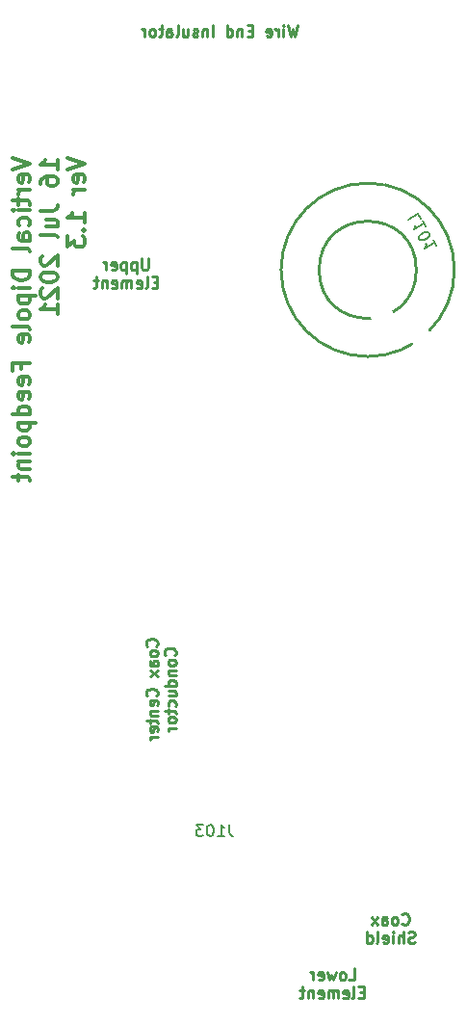
<source format=gbo>
G04 #@! TF.GenerationSoftware,KiCad,Pcbnew,(6.0.4-0)*
G04 #@! TF.CreationDate,2022-07-20T07:57:21-04:00*
G04 #@! TF.ProjectId,80m_Tx_Antenna,38306d5f-5478-45f4-916e-74656e6e612e,rev?*
G04 #@! TF.SameCoordinates,Original*
G04 #@! TF.FileFunction,Legend,Bot*
G04 #@! TF.FilePolarity,Positive*
%FSLAX46Y46*%
G04 Gerber Fmt 4.6, Leading zero omitted, Abs format (unit mm)*
G04 Created by KiCad (PCBNEW (6.0.4-0)) date 2022-07-20 07:57:21*
%MOMM*%
%LPD*%
G01*
G04 APERTURE LIST*
%ADD10C,0.250000*%
%ADD11C,0.300000*%
%ADD12C,0.150000*%
%ADD13C,2.000000*%
%ADD14C,2.500000*%
%ADD15C,4.000000*%
%ADD16R,5.000000X10.000000*%
%ADD17C,3.500000*%
%ADD18C,3.000000*%
%ADD19R,10.000000X20.000000*%
%ADD20R,15.000000X5.000000*%
%ADD21C,5.000000*%
%ADD22R,3.500000X3.500000*%
%ADD23R,1.524000X5.000000*%
%ADD24C,0.500000*%
%ADD25R,3.000000X3.500000*%
G04 APERTURE END LIST*
D10*
X133774761Y-141617380D02*
X134250952Y-141617380D01*
X134250952Y-140617380D01*
X133298571Y-141617380D02*
X133393809Y-141569761D01*
X133441428Y-141522142D01*
X133489047Y-141426904D01*
X133489047Y-141141190D01*
X133441428Y-141045952D01*
X133393809Y-140998333D01*
X133298571Y-140950714D01*
X133155714Y-140950714D01*
X133060476Y-140998333D01*
X133012857Y-141045952D01*
X132965238Y-141141190D01*
X132965238Y-141426904D01*
X133012857Y-141522142D01*
X133060476Y-141569761D01*
X133155714Y-141617380D01*
X133298571Y-141617380D01*
X132631904Y-140950714D02*
X132441428Y-141617380D01*
X132250952Y-141141190D01*
X132060476Y-141617380D01*
X131870000Y-140950714D01*
X131108095Y-141569761D02*
X131203333Y-141617380D01*
X131393809Y-141617380D01*
X131489047Y-141569761D01*
X131536666Y-141474523D01*
X131536666Y-141093571D01*
X131489047Y-140998333D01*
X131393809Y-140950714D01*
X131203333Y-140950714D01*
X131108095Y-140998333D01*
X131060476Y-141093571D01*
X131060476Y-141188809D01*
X131536666Y-141284047D01*
X130631904Y-141617380D02*
X130631904Y-140950714D01*
X130631904Y-141141190D02*
X130584285Y-141045952D01*
X130536666Y-140998333D01*
X130441428Y-140950714D01*
X130346190Y-140950714D01*
X135108095Y-142703571D02*
X134774761Y-142703571D01*
X134631904Y-143227380D02*
X135108095Y-143227380D01*
X135108095Y-142227380D01*
X134631904Y-142227380D01*
X134060476Y-143227380D02*
X134155714Y-143179761D01*
X134203333Y-143084523D01*
X134203333Y-142227380D01*
X133298571Y-143179761D02*
X133393809Y-143227380D01*
X133584285Y-143227380D01*
X133679523Y-143179761D01*
X133727142Y-143084523D01*
X133727142Y-142703571D01*
X133679523Y-142608333D01*
X133584285Y-142560714D01*
X133393809Y-142560714D01*
X133298571Y-142608333D01*
X133250952Y-142703571D01*
X133250952Y-142798809D01*
X133727142Y-142894047D01*
X132822380Y-143227380D02*
X132822380Y-142560714D01*
X132822380Y-142655952D02*
X132774761Y-142608333D01*
X132679523Y-142560714D01*
X132536666Y-142560714D01*
X132441428Y-142608333D01*
X132393809Y-142703571D01*
X132393809Y-143227380D01*
X132393809Y-142703571D02*
X132346190Y-142608333D01*
X132250952Y-142560714D01*
X132108095Y-142560714D01*
X132012857Y-142608333D01*
X131965238Y-142703571D01*
X131965238Y-143227380D01*
X131108095Y-143179761D02*
X131203333Y-143227380D01*
X131393809Y-143227380D01*
X131489047Y-143179761D01*
X131536666Y-143084523D01*
X131536666Y-142703571D01*
X131489047Y-142608333D01*
X131393809Y-142560714D01*
X131203333Y-142560714D01*
X131108095Y-142608333D01*
X131060476Y-142703571D01*
X131060476Y-142798809D01*
X131536666Y-142894047D01*
X130631904Y-142560714D02*
X130631904Y-143227380D01*
X130631904Y-142655952D02*
X130584285Y-142608333D01*
X130489047Y-142560714D01*
X130346190Y-142560714D01*
X130250952Y-142608333D01*
X130203333Y-142703571D01*
X130203333Y-143227380D01*
X129870000Y-142560714D02*
X129489047Y-142560714D01*
X129727142Y-142227380D02*
X129727142Y-143084523D01*
X129679523Y-143179761D01*
X129584285Y-143227380D01*
X129489047Y-143227380D01*
X129263333Y-57712380D02*
X129025238Y-58712380D01*
X128834761Y-57998095D01*
X128644285Y-58712380D01*
X128406190Y-57712380D01*
X128025238Y-58712380D02*
X128025238Y-58045714D01*
X128025238Y-57712380D02*
X128072857Y-57760000D01*
X128025238Y-57807619D01*
X127977619Y-57760000D01*
X128025238Y-57712380D01*
X128025238Y-57807619D01*
X127549047Y-58712380D02*
X127549047Y-58045714D01*
X127549047Y-58236190D02*
X127501428Y-58140952D01*
X127453809Y-58093333D01*
X127358571Y-58045714D01*
X127263333Y-58045714D01*
X126549047Y-58664761D02*
X126644285Y-58712380D01*
X126834761Y-58712380D01*
X126930000Y-58664761D01*
X126977619Y-58569523D01*
X126977619Y-58188571D01*
X126930000Y-58093333D01*
X126834761Y-58045714D01*
X126644285Y-58045714D01*
X126549047Y-58093333D01*
X126501428Y-58188571D01*
X126501428Y-58283809D01*
X126977619Y-58379047D01*
X125310952Y-58188571D02*
X124977619Y-58188571D01*
X124834761Y-58712380D02*
X125310952Y-58712380D01*
X125310952Y-57712380D01*
X124834761Y-57712380D01*
X124406190Y-58045714D02*
X124406190Y-58712380D01*
X124406190Y-58140952D02*
X124358571Y-58093333D01*
X124263333Y-58045714D01*
X124120476Y-58045714D01*
X124025238Y-58093333D01*
X123977619Y-58188571D01*
X123977619Y-58712380D01*
X123072857Y-58712380D02*
X123072857Y-57712380D01*
X123072857Y-58664761D02*
X123168095Y-58712380D01*
X123358571Y-58712380D01*
X123453809Y-58664761D01*
X123501428Y-58617142D01*
X123549047Y-58521904D01*
X123549047Y-58236190D01*
X123501428Y-58140952D01*
X123453809Y-58093333D01*
X123358571Y-58045714D01*
X123168095Y-58045714D01*
X123072857Y-58093333D01*
X121834761Y-58712380D02*
X121834761Y-57712380D01*
X121358571Y-58045714D02*
X121358571Y-58712380D01*
X121358571Y-58140952D02*
X121310952Y-58093333D01*
X121215714Y-58045714D01*
X121072857Y-58045714D01*
X120977619Y-58093333D01*
X120930000Y-58188571D01*
X120930000Y-58712380D01*
X120501428Y-58664761D02*
X120406190Y-58712380D01*
X120215714Y-58712380D01*
X120120476Y-58664761D01*
X120072857Y-58569523D01*
X120072857Y-58521904D01*
X120120476Y-58426666D01*
X120215714Y-58379047D01*
X120358571Y-58379047D01*
X120453809Y-58331428D01*
X120501428Y-58236190D01*
X120501428Y-58188571D01*
X120453809Y-58093333D01*
X120358571Y-58045714D01*
X120215714Y-58045714D01*
X120120476Y-58093333D01*
X119215714Y-58045714D02*
X119215714Y-58712380D01*
X119644285Y-58045714D02*
X119644285Y-58569523D01*
X119596666Y-58664761D01*
X119501428Y-58712380D01*
X119358571Y-58712380D01*
X119263333Y-58664761D01*
X119215714Y-58617142D01*
X118596666Y-58712380D02*
X118691904Y-58664761D01*
X118739523Y-58569523D01*
X118739523Y-57712380D01*
X117787142Y-58712380D02*
X117787142Y-58188571D01*
X117834761Y-58093333D01*
X117930000Y-58045714D01*
X118120476Y-58045714D01*
X118215714Y-58093333D01*
X117787142Y-58664761D02*
X117882380Y-58712380D01*
X118120476Y-58712380D01*
X118215714Y-58664761D01*
X118263333Y-58569523D01*
X118263333Y-58474285D01*
X118215714Y-58379047D01*
X118120476Y-58331428D01*
X117882380Y-58331428D01*
X117787142Y-58283809D01*
X117453809Y-58045714D02*
X117072857Y-58045714D01*
X117310952Y-57712380D02*
X117310952Y-58569523D01*
X117263333Y-58664761D01*
X117168095Y-58712380D01*
X117072857Y-58712380D01*
X116596666Y-58712380D02*
X116691904Y-58664761D01*
X116739523Y-58617142D01*
X116787142Y-58521904D01*
X116787142Y-58236190D01*
X116739523Y-58140952D01*
X116691904Y-58093333D01*
X116596666Y-58045714D01*
X116453809Y-58045714D01*
X116358571Y-58093333D01*
X116310952Y-58140952D01*
X116263333Y-58236190D01*
X116263333Y-58521904D01*
X116310952Y-58617142D01*
X116358571Y-58664761D01*
X116453809Y-58712380D01*
X116596666Y-58712380D01*
X115834761Y-58712380D02*
X115834761Y-58045714D01*
X115834761Y-58236190D02*
X115787142Y-58140952D01*
X115739523Y-58093333D01*
X115644285Y-58045714D01*
X115549047Y-58045714D01*
X116872142Y-112274285D02*
X116919761Y-112226666D01*
X116967380Y-112083809D01*
X116967380Y-111988571D01*
X116919761Y-111845714D01*
X116824523Y-111750476D01*
X116729285Y-111702857D01*
X116538809Y-111655238D01*
X116395952Y-111655238D01*
X116205476Y-111702857D01*
X116110238Y-111750476D01*
X116015000Y-111845714D01*
X115967380Y-111988571D01*
X115967380Y-112083809D01*
X116015000Y-112226666D01*
X116062619Y-112274285D01*
X116967380Y-112845714D02*
X116919761Y-112750476D01*
X116872142Y-112702857D01*
X116776904Y-112655238D01*
X116491190Y-112655238D01*
X116395952Y-112702857D01*
X116348333Y-112750476D01*
X116300714Y-112845714D01*
X116300714Y-112988571D01*
X116348333Y-113083809D01*
X116395952Y-113131428D01*
X116491190Y-113179047D01*
X116776904Y-113179047D01*
X116872142Y-113131428D01*
X116919761Y-113083809D01*
X116967380Y-112988571D01*
X116967380Y-112845714D01*
X116967380Y-114036190D02*
X116443571Y-114036190D01*
X116348333Y-113988571D01*
X116300714Y-113893333D01*
X116300714Y-113702857D01*
X116348333Y-113607619D01*
X116919761Y-114036190D02*
X116967380Y-113940952D01*
X116967380Y-113702857D01*
X116919761Y-113607619D01*
X116824523Y-113560000D01*
X116729285Y-113560000D01*
X116634047Y-113607619D01*
X116586428Y-113702857D01*
X116586428Y-113940952D01*
X116538809Y-114036190D01*
X116967380Y-114417142D02*
X116300714Y-114940952D01*
X116300714Y-114417142D02*
X116967380Y-114940952D01*
X116872142Y-116655238D02*
X116919761Y-116607619D01*
X116967380Y-116464761D01*
X116967380Y-116369523D01*
X116919761Y-116226666D01*
X116824523Y-116131428D01*
X116729285Y-116083809D01*
X116538809Y-116036190D01*
X116395952Y-116036190D01*
X116205476Y-116083809D01*
X116110238Y-116131428D01*
X116015000Y-116226666D01*
X115967380Y-116369523D01*
X115967380Y-116464761D01*
X116015000Y-116607619D01*
X116062619Y-116655238D01*
X116919761Y-117464761D02*
X116967380Y-117369523D01*
X116967380Y-117179047D01*
X116919761Y-117083809D01*
X116824523Y-117036190D01*
X116443571Y-117036190D01*
X116348333Y-117083809D01*
X116300714Y-117179047D01*
X116300714Y-117369523D01*
X116348333Y-117464761D01*
X116443571Y-117512380D01*
X116538809Y-117512380D01*
X116634047Y-117036190D01*
X116300714Y-117940952D02*
X116967380Y-117940952D01*
X116395952Y-117940952D02*
X116348333Y-117988571D01*
X116300714Y-118083809D01*
X116300714Y-118226666D01*
X116348333Y-118321904D01*
X116443571Y-118369523D01*
X116967380Y-118369523D01*
X116300714Y-118702857D02*
X116300714Y-119083809D01*
X115967380Y-118845714D02*
X116824523Y-118845714D01*
X116919761Y-118893333D01*
X116967380Y-118988571D01*
X116967380Y-119083809D01*
X116919761Y-119798095D02*
X116967380Y-119702857D01*
X116967380Y-119512380D01*
X116919761Y-119417142D01*
X116824523Y-119369523D01*
X116443571Y-119369523D01*
X116348333Y-119417142D01*
X116300714Y-119512380D01*
X116300714Y-119702857D01*
X116348333Y-119798095D01*
X116443571Y-119845714D01*
X116538809Y-119845714D01*
X116634047Y-119369523D01*
X116967380Y-120274285D02*
X116300714Y-120274285D01*
X116491190Y-120274285D02*
X116395952Y-120321904D01*
X116348333Y-120369523D01*
X116300714Y-120464761D01*
X116300714Y-120560000D01*
X118482142Y-113083809D02*
X118529761Y-113036190D01*
X118577380Y-112893333D01*
X118577380Y-112798095D01*
X118529761Y-112655238D01*
X118434523Y-112560000D01*
X118339285Y-112512380D01*
X118148809Y-112464761D01*
X118005952Y-112464761D01*
X117815476Y-112512380D01*
X117720238Y-112560000D01*
X117625000Y-112655238D01*
X117577380Y-112798095D01*
X117577380Y-112893333D01*
X117625000Y-113036190D01*
X117672619Y-113083809D01*
X118577380Y-113655238D02*
X118529761Y-113560000D01*
X118482142Y-113512380D01*
X118386904Y-113464761D01*
X118101190Y-113464761D01*
X118005952Y-113512380D01*
X117958333Y-113560000D01*
X117910714Y-113655238D01*
X117910714Y-113798095D01*
X117958333Y-113893333D01*
X118005952Y-113940952D01*
X118101190Y-113988571D01*
X118386904Y-113988571D01*
X118482142Y-113940952D01*
X118529761Y-113893333D01*
X118577380Y-113798095D01*
X118577380Y-113655238D01*
X117910714Y-114417142D02*
X118577380Y-114417142D01*
X118005952Y-114417142D02*
X117958333Y-114464761D01*
X117910714Y-114560000D01*
X117910714Y-114702857D01*
X117958333Y-114798095D01*
X118053571Y-114845714D01*
X118577380Y-114845714D01*
X118577380Y-115750476D02*
X117577380Y-115750476D01*
X118529761Y-115750476D02*
X118577380Y-115655238D01*
X118577380Y-115464761D01*
X118529761Y-115369523D01*
X118482142Y-115321904D01*
X118386904Y-115274285D01*
X118101190Y-115274285D01*
X118005952Y-115321904D01*
X117958333Y-115369523D01*
X117910714Y-115464761D01*
X117910714Y-115655238D01*
X117958333Y-115750476D01*
X117910714Y-116655238D02*
X118577380Y-116655238D01*
X117910714Y-116226666D02*
X118434523Y-116226666D01*
X118529761Y-116274285D01*
X118577380Y-116369523D01*
X118577380Y-116512380D01*
X118529761Y-116607619D01*
X118482142Y-116655238D01*
X118529761Y-117560000D02*
X118577380Y-117464761D01*
X118577380Y-117274285D01*
X118529761Y-117179047D01*
X118482142Y-117131428D01*
X118386904Y-117083809D01*
X118101190Y-117083809D01*
X118005952Y-117131428D01*
X117958333Y-117179047D01*
X117910714Y-117274285D01*
X117910714Y-117464761D01*
X117958333Y-117560000D01*
X117910714Y-117845714D02*
X117910714Y-118226666D01*
X117577380Y-117988571D02*
X118434523Y-117988571D01*
X118529761Y-118036190D01*
X118577380Y-118131428D01*
X118577380Y-118226666D01*
X118577380Y-118702857D02*
X118529761Y-118607619D01*
X118482142Y-118560000D01*
X118386904Y-118512380D01*
X118101190Y-118512380D01*
X118005952Y-118560000D01*
X117958333Y-118607619D01*
X117910714Y-118702857D01*
X117910714Y-118845714D01*
X117958333Y-118940952D01*
X118005952Y-118988571D01*
X118101190Y-119036190D01*
X118386904Y-119036190D01*
X118482142Y-118988571D01*
X118529761Y-118940952D01*
X118577380Y-118845714D01*
X118577380Y-118702857D01*
X118577380Y-119464761D02*
X117910714Y-119464761D01*
X118101190Y-119464761D02*
X118005952Y-119512380D01*
X117958333Y-119560000D01*
X117910714Y-119655238D01*
X117910714Y-119750476D01*
D11*
X104243571Y-69417857D02*
X105743571Y-69917857D01*
X104243571Y-70417857D01*
X105672142Y-71489285D02*
X105743571Y-71346428D01*
X105743571Y-71060714D01*
X105672142Y-70917857D01*
X105529285Y-70846428D01*
X104957857Y-70846428D01*
X104815000Y-70917857D01*
X104743571Y-71060714D01*
X104743571Y-71346428D01*
X104815000Y-71489285D01*
X104957857Y-71560714D01*
X105100714Y-71560714D01*
X105243571Y-70846428D01*
X105743571Y-72203571D02*
X104743571Y-72203571D01*
X105029285Y-72203571D02*
X104886428Y-72275000D01*
X104815000Y-72346428D01*
X104743571Y-72489285D01*
X104743571Y-72632142D01*
X104743571Y-72917857D02*
X104743571Y-73489285D01*
X104243571Y-73132142D02*
X105529285Y-73132142D01*
X105672142Y-73203571D01*
X105743571Y-73346428D01*
X105743571Y-73489285D01*
X105743571Y-73989285D02*
X104743571Y-73989285D01*
X104243571Y-73989285D02*
X104315000Y-73917857D01*
X104386428Y-73989285D01*
X104315000Y-74060714D01*
X104243571Y-73989285D01*
X104386428Y-73989285D01*
X105672142Y-75346428D02*
X105743571Y-75203571D01*
X105743571Y-74917857D01*
X105672142Y-74775000D01*
X105600714Y-74703571D01*
X105457857Y-74632142D01*
X105029285Y-74632142D01*
X104886428Y-74703571D01*
X104815000Y-74775000D01*
X104743571Y-74917857D01*
X104743571Y-75203571D01*
X104815000Y-75346428D01*
X105743571Y-76632142D02*
X104957857Y-76632142D01*
X104815000Y-76560714D01*
X104743571Y-76417857D01*
X104743571Y-76132142D01*
X104815000Y-75989285D01*
X105672142Y-76632142D02*
X105743571Y-76489285D01*
X105743571Y-76132142D01*
X105672142Y-75989285D01*
X105529285Y-75917857D01*
X105386428Y-75917857D01*
X105243571Y-75989285D01*
X105172142Y-76132142D01*
X105172142Y-76489285D01*
X105100714Y-76632142D01*
X105743571Y-77560714D02*
X105672142Y-77417857D01*
X105529285Y-77346428D01*
X104243571Y-77346428D01*
X105743571Y-79275000D02*
X104243571Y-79275000D01*
X104243571Y-79632142D01*
X104315000Y-79846428D01*
X104457857Y-79989285D01*
X104600714Y-80060714D01*
X104886428Y-80132142D01*
X105100714Y-80132142D01*
X105386428Y-80060714D01*
X105529285Y-79989285D01*
X105672142Y-79846428D01*
X105743571Y-79632142D01*
X105743571Y-79275000D01*
X105743571Y-80775000D02*
X104743571Y-80775000D01*
X104243571Y-80775000D02*
X104315000Y-80703571D01*
X104386428Y-80775000D01*
X104315000Y-80846428D01*
X104243571Y-80775000D01*
X104386428Y-80775000D01*
X104743571Y-81489285D02*
X106243571Y-81489285D01*
X104815000Y-81489285D02*
X104743571Y-81632142D01*
X104743571Y-81917857D01*
X104815000Y-82060714D01*
X104886428Y-82132142D01*
X105029285Y-82203571D01*
X105457857Y-82203571D01*
X105600714Y-82132142D01*
X105672142Y-82060714D01*
X105743571Y-81917857D01*
X105743571Y-81632142D01*
X105672142Y-81489285D01*
X105743571Y-83060714D02*
X105672142Y-82917857D01*
X105600714Y-82846428D01*
X105457857Y-82775000D01*
X105029285Y-82775000D01*
X104886428Y-82846428D01*
X104815000Y-82917857D01*
X104743571Y-83060714D01*
X104743571Y-83275000D01*
X104815000Y-83417857D01*
X104886428Y-83489285D01*
X105029285Y-83560714D01*
X105457857Y-83560714D01*
X105600714Y-83489285D01*
X105672142Y-83417857D01*
X105743571Y-83275000D01*
X105743571Y-83060714D01*
X105743571Y-84417857D02*
X105672142Y-84275000D01*
X105529285Y-84203571D01*
X104243571Y-84203571D01*
X105672142Y-85560714D02*
X105743571Y-85417857D01*
X105743571Y-85132142D01*
X105672142Y-84989285D01*
X105529285Y-84917857D01*
X104957857Y-84917857D01*
X104815000Y-84989285D01*
X104743571Y-85132142D01*
X104743571Y-85417857D01*
X104815000Y-85560714D01*
X104957857Y-85632142D01*
X105100714Y-85632142D01*
X105243571Y-84917857D01*
X104957857Y-87917857D02*
X104957857Y-87417857D01*
X105743571Y-87417857D02*
X104243571Y-87417857D01*
X104243571Y-88132142D01*
X105672142Y-89275000D02*
X105743571Y-89132142D01*
X105743571Y-88846428D01*
X105672142Y-88703571D01*
X105529285Y-88632142D01*
X104957857Y-88632142D01*
X104815000Y-88703571D01*
X104743571Y-88846428D01*
X104743571Y-89132142D01*
X104815000Y-89275000D01*
X104957857Y-89346428D01*
X105100714Y-89346428D01*
X105243571Y-88632142D01*
X105672142Y-90560714D02*
X105743571Y-90417857D01*
X105743571Y-90132142D01*
X105672142Y-89989285D01*
X105529285Y-89917857D01*
X104957857Y-89917857D01*
X104815000Y-89989285D01*
X104743571Y-90132142D01*
X104743571Y-90417857D01*
X104815000Y-90560714D01*
X104957857Y-90632142D01*
X105100714Y-90632142D01*
X105243571Y-89917857D01*
X105743571Y-91917857D02*
X104243571Y-91917857D01*
X105672142Y-91917857D02*
X105743571Y-91775000D01*
X105743571Y-91489285D01*
X105672142Y-91346428D01*
X105600714Y-91275000D01*
X105457857Y-91203571D01*
X105029285Y-91203571D01*
X104886428Y-91275000D01*
X104815000Y-91346428D01*
X104743571Y-91489285D01*
X104743571Y-91775000D01*
X104815000Y-91917857D01*
X104743571Y-92632142D02*
X106243571Y-92632142D01*
X104815000Y-92632142D02*
X104743571Y-92775000D01*
X104743571Y-93060714D01*
X104815000Y-93203571D01*
X104886428Y-93275000D01*
X105029285Y-93346428D01*
X105457857Y-93346428D01*
X105600714Y-93275000D01*
X105672142Y-93203571D01*
X105743571Y-93060714D01*
X105743571Y-92775000D01*
X105672142Y-92632142D01*
X105743571Y-94203571D02*
X105672142Y-94060714D01*
X105600714Y-93989285D01*
X105457857Y-93917857D01*
X105029285Y-93917857D01*
X104886428Y-93989285D01*
X104815000Y-94060714D01*
X104743571Y-94203571D01*
X104743571Y-94417857D01*
X104815000Y-94560714D01*
X104886428Y-94632142D01*
X105029285Y-94703571D01*
X105457857Y-94703571D01*
X105600714Y-94632142D01*
X105672142Y-94560714D01*
X105743571Y-94417857D01*
X105743571Y-94203571D01*
X105743571Y-95346428D02*
X104743571Y-95346428D01*
X104243571Y-95346428D02*
X104315000Y-95275000D01*
X104386428Y-95346428D01*
X104315000Y-95417857D01*
X104243571Y-95346428D01*
X104386428Y-95346428D01*
X104743571Y-96060714D02*
X105743571Y-96060714D01*
X104886428Y-96060714D02*
X104815000Y-96132142D01*
X104743571Y-96275000D01*
X104743571Y-96489285D01*
X104815000Y-96632142D01*
X104957857Y-96703571D01*
X105743571Y-96703571D01*
X104743571Y-97203571D02*
X104743571Y-97775000D01*
X104243571Y-97417857D02*
X105529285Y-97417857D01*
X105672142Y-97489285D01*
X105743571Y-97632142D01*
X105743571Y-97775000D01*
X108158571Y-70417857D02*
X108158571Y-69560714D01*
X108158571Y-69989285D02*
X106658571Y-69989285D01*
X106872857Y-69846428D01*
X107015714Y-69703571D01*
X107087142Y-69560714D01*
X106658571Y-71703571D02*
X106658571Y-71417857D01*
X106730000Y-71275000D01*
X106801428Y-71203571D01*
X107015714Y-71060714D01*
X107301428Y-70989285D01*
X107872857Y-70989285D01*
X108015714Y-71060714D01*
X108087142Y-71132142D01*
X108158571Y-71275000D01*
X108158571Y-71560714D01*
X108087142Y-71703571D01*
X108015714Y-71775000D01*
X107872857Y-71846428D01*
X107515714Y-71846428D01*
X107372857Y-71775000D01*
X107301428Y-71703571D01*
X107230000Y-71560714D01*
X107230000Y-71275000D01*
X107301428Y-71132142D01*
X107372857Y-71060714D01*
X107515714Y-70989285D01*
X106658571Y-74060714D02*
X107730000Y-74060714D01*
X107944285Y-73989285D01*
X108087142Y-73846428D01*
X108158571Y-73632142D01*
X108158571Y-73489285D01*
X107158571Y-75417857D02*
X108158571Y-75417857D01*
X107158571Y-74775000D02*
X107944285Y-74775000D01*
X108087142Y-74846428D01*
X108158571Y-74989285D01*
X108158571Y-75203571D01*
X108087142Y-75346428D01*
X108015714Y-75417857D01*
X108158571Y-76346428D02*
X108087142Y-76203571D01*
X107944285Y-76132142D01*
X106658571Y-76132142D01*
X106801428Y-77989285D02*
X106730000Y-78060714D01*
X106658571Y-78203571D01*
X106658571Y-78560714D01*
X106730000Y-78703571D01*
X106801428Y-78775000D01*
X106944285Y-78846428D01*
X107087142Y-78846428D01*
X107301428Y-78775000D01*
X108158571Y-77917857D01*
X108158571Y-78846428D01*
X106658571Y-79775000D02*
X106658571Y-79917857D01*
X106730000Y-80060714D01*
X106801428Y-80132142D01*
X106944285Y-80203571D01*
X107230000Y-80275000D01*
X107587142Y-80275000D01*
X107872857Y-80203571D01*
X108015714Y-80132142D01*
X108087142Y-80060714D01*
X108158571Y-79917857D01*
X108158571Y-79775000D01*
X108087142Y-79632142D01*
X108015714Y-79560714D01*
X107872857Y-79489285D01*
X107587142Y-79417857D01*
X107230000Y-79417857D01*
X106944285Y-79489285D01*
X106801428Y-79560714D01*
X106730000Y-79632142D01*
X106658571Y-79775000D01*
X106801428Y-80846428D02*
X106730000Y-80917857D01*
X106658571Y-81060714D01*
X106658571Y-81417857D01*
X106730000Y-81560714D01*
X106801428Y-81632142D01*
X106944285Y-81703571D01*
X107087142Y-81703571D01*
X107301428Y-81632142D01*
X108158571Y-80775000D01*
X108158571Y-81703571D01*
X108158571Y-83132142D02*
X108158571Y-82275000D01*
X108158571Y-82703571D02*
X106658571Y-82703571D01*
X106872857Y-82560714D01*
X107015714Y-82417857D01*
X107087142Y-82275000D01*
X109073571Y-69417857D02*
X110573571Y-69917857D01*
X109073571Y-70417857D01*
X110502142Y-71489285D02*
X110573571Y-71346428D01*
X110573571Y-71060714D01*
X110502142Y-70917857D01*
X110359285Y-70846428D01*
X109787857Y-70846428D01*
X109645000Y-70917857D01*
X109573571Y-71060714D01*
X109573571Y-71346428D01*
X109645000Y-71489285D01*
X109787857Y-71560714D01*
X109930714Y-71560714D01*
X110073571Y-70846428D01*
X110573571Y-72203571D02*
X109573571Y-72203571D01*
X109859285Y-72203571D02*
X109716428Y-72275000D01*
X109645000Y-72346428D01*
X109573571Y-72489285D01*
X109573571Y-72632142D01*
X110573571Y-75060714D02*
X110573571Y-74203571D01*
X110573571Y-74632142D02*
X109073571Y-74632142D01*
X109287857Y-74489285D01*
X109430714Y-74346428D01*
X109502142Y-74203571D01*
X110430714Y-75703571D02*
X110502142Y-75775000D01*
X110573571Y-75703571D01*
X110502142Y-75632142D01*
X110430714Y-75703571D01*
X110573571Y-75703571D01*
X109073571Y-76275000D02*
X109073571Y-77203571D01*
X109645000Y-76703571D01*
X109645000Y-76917857D01*
X109716428Y-77060714D01*
X109787857Y-77132142D01*
X109930714Y-77203571D01*
X110287857Y-77203571D01*
X110430714Y-77132142D01*
X110502142Y-77060714D01*
X110573571Y-76917857D01*
X110573571Y-76489285D01*
X110502142Y-76346428D01*
X110430714Y-76275000D01*
D10*
X138460000Y-136672142D02*
X138507619Y-136719761D01*
X138650476Y-136767380D01*
X138745714Y-136767380D01*
X138888571Y-136719761D01*
X138983809Y-136624523D01*
X139031428Y-136529285D01*
X139079047Y-136338809D01*
X139079047Y-136195952D01*
X139031428Y-136005476D01*
X138983809Y-135910238D01*
X138888571Y-135815000D01*
X138745714Y-135767380D01*
X138650476Y-135767380D01*
X138507619Y-135815000D01*
X138460000Y-135862619D01*
X137888571Y-136767380D02*
X137983809Y-136719761D01*
X138031428Y-136672142D01*
X138079047Y-136576904D01*
X138079047Y-136291190D01*
X138031428Y-136195952D01*
X137983809Y-136148333D01*
X137888571Y-136100714D01*
X137745714Y-136100714D01*
X137650476Y-136148333D01*
X137602857Y-136195952D01*
X137555238Y-136291190D01*
X137555238Y-136576904D01*
X137602857Y-136672142D01*
X137650476Y-136719761D01*
X137745714Y-136767380D01*
X137888571Y-136767380D01*
X136698095Y-136767380D02*
X136698095Y-136243571D01*
X136745714Y-136148333D01*
X136840952Y-136100714D01*
X137031428Y-136100714D01*
X137126666Y-136148333D01*
X136698095Y-136719761D02*
X136793333Y-136767380D01*
X137031428Y-136767380D01*
X137126666Y-136719761D01*
X137174285Y-136624523D01*
X137174285Y-136529285D01*
X137126666Y-136434047D01*
X137031428Y-136386428D01*
X136793333Y-136386428D01*
X136698095Y-136338809D01*
X136317142Y-136767380D02*
X135793333Y-136100714D01*
X136317142Y-136100714D02*
X135793333Y-136767380D01*
X139579047Y-138329761D02*
X139436190Y-138377380D01*
X139198095Y-138377380D01*
X139102857Y-138329761D01*
X139055238Y-138282142D01*
X139007619Y-138186904D01*
X139007619Y-138091666D01*
X139055238Y-137996428D01*
X139102857Y-137948809D01*
X139198095Y-137901190D01*
X139388571Y-137853571D01*
X139483809Y-137805952D01*
X139531428Y-137758333D01*
X139579047Y-137663095D01*
X139579047Y-137567857D01*
X139531428Y-137472619D01*
X139483809Y-137425000D01*
X139388571Y-137377380D01*
X139150476Y-137377380D01*
X139007619Y-137425000D01*
X138579047Y-138377380D02*
X138579047Y-137377380D01*
X138150476Y-138377380D02*
X138150476Y-137853571D01*
X138198095Y-137758333D01*
X138293333Y-137710714D01*
X138436190Y-137710714D01*
X138531428Y-137758333D01*
X138579047Y-137805952D01*
X137674285Y-138377380D02*
X137674285Y-137710714D01*
X137674285Y-137377380D02*
X137721904Y-137425000D01*
X137674285Y-137472619D01*
X137626666Y-137425000D01*
X137674285Y-137377380D01*
X137674285Y-137472619D01*
X136817142Y-138329761D02*
X136912380Y-138377380D01*
X137102857Y-138377380D01*
X137198095Y-138329761D01*
X137245714Y-138234523D01*
X137245714Y-137853571D01*
X137198095Y-137758333D01*
X137102857Y-137710714D01*
X136912380Y-137710714D01*
X136817142Y-137758333D01*
X136769523Y-137853571D01*
X136769523Y-137948809D01*
X137245714Y-138044047D01*
X136198095Y-138377380D02*
X136293333Y-138329761D01*
X136340952Y-138234523D01*
X136340952Y-137377380D01*
X135388571Y-138377380D02*
X135388571Y-137377380D01*
X135388571Y-138329761D02*
X135483809Y-138377380D01*
X135674285Y-138377380D01*
X135769523Y-138329761D01*
X135817142Y-138282142D01*
X135864761Y-138186904D01*
X135864761Y-137901190D01*
X135817142Y-137805952D01*
X135769523Y-137758333D01*
X135674285Y-137710714D01*
X135483809Y-137710714D01*
X135388571Y-137758333D01*
X116148571Y-78217380D02*
X116148571Y-79026904D01*
X116100952Y-79122142D01*
X116053333Y-79169761D01*
X115958095Y-79217380D01*
X115767619Y-79217380D01*
X115672380Y-79169761D01*
X115624761Y-79122142D01*
X115577142Y-79026904D01*
X115577142Y-78217380D01*
X115100952Y-78550714D02*
X115100952Y-79550714D01*
X115100952Y-78598333D02*
X115005714Y-78550714D01*
X114815238Y-78550714D01*
X114720000Y-78598333D01*
X114672380Y-78645952D01*
X114624761Y-78741190D01*
X114624761Y-79026904D01*
X114672380Y-79122142D01*
X114720000Y-79169761D01*
X114815238Y-79217380D01*
X115005714Y-79217380D01*
X115100952Y-79169761D01*
X114196190Y-78550714D02*
X114196190Y-79550714D01*
X114196190Y-78598333D02*
X114100952Y-78550714D01*
X113910476Y-78550714D01*
X113815238Y-78598333D01*
X113767619Y-78645952D01*
X113720000Y-78741190D01*
X113720000Y-79026904D01*
X113767619Y-79122142D01*
X113815238Y-79169761D01*
X113910476Y-79217380D01*
X114100952Y-79217380D01*
X114196190Y-79169761D01*
X112910476Y-79169761D02*
X113005714Y-79217380D01*
X113196190Y-79217380D01*
X113291428Y-79169761D01*
X113339047Y-79074523D01*
X113339047Y-78693571D01*
X113291428Y-78598333D01*
X113196190Y-78550714D01*
X113005714Y-78550714D01*
X112910476Y-78598333D01*
X112862857Y-78693571D01*
X112862857Y-78788809D01*
X113339047Y-78884047D01*
X112434285Y-79217380D02*
X112434285Y-78550714D01*
X112434285Y-78741190D02*
X112386666Y-78645952D01*
X112339047Y-78598333D01*
X112243809Y-78550714D01*
X112148571Y-78550714D01*
X116958095Y-80303571D02*
X116624761Y-80303571D01*
X116481904Y-80827380D02*
X116958095Y-80827380D01*
X116958095Y-79827380D01*
X116481904Y-79827380D01*
X115910476Y-80827380D02*
X116005714Y-80779761D01*
X116053333Y-80684523D01*
X116053333Y-79827380D01*
X115148571Y-80779761D02*
X115243809Y-80827380D01*
X115434285Y-80827380D01*
X115529523Y-80779761D01*
X115577142Y-80684523D01*
X115577142Y-80303571D01*
X115529523Y-80208333D01*
X115434285Y-80160714D01*
X115243809Y-80160714D01*
X115148571Y-80208333D01*
X115100952Y-80303571D01*
X115100952Y-80398809D01*
X115577142Y-80494047D01*
X114672380Y-80827380D02*
X114672380Y-80160714D01*
X114672380Y-80255952D02*
X114624761Y-80208333D01*
X114529523Y-80160714D01*
X114386666Y-80160714D01*
X114291428Y-80208333D01*
X114243809Y-80303571D01*
X114243809Y-80827380D01*
X114243809Y-80303571D02*
X114196190Y-80208333D01*
X114100952Y-80160714D01*
X113958095Y-80160714D01*
X113862857Y-80208333D01*
X113815238Y-80303571D01*
X113815238Y-80827380D01*
X112958095Y-80779761D02*
X113053333Y-80827380D01*
X113243809Y-80827380D01*
X113339047Y-80779761D01*
X113386666Y-80684523D01*
X113386666Y-80303571D01*
X113339047Y-80208333D01*
X113243809Y-80160714D01*
X113053333Y-80160714D01*
X112958095Y-80208333D01*
X112910476Y-80303571D01*
X112910476Y-80398809D01*
X113386666Y-80494047D01*
X112481904Y-80160714D02*
X112481904Y-80827380D01*
X112481904Y-80255952D02*
X112434285Y-80208333D01*
X112339047Y-80160714D01*
X112196190Y-80160714D01*
X112100952Y-80208333D01*
X112053333Y-80303571D01*
X112053333Y-80827380D01*
X111720000Y-80160714D02*
X111339047Y-80160714D01*
X111577142Y-79827380D02*
X111577142Y-80684523D01*
X111529523Y-80779761D01*
X111434285Y-80827380D01*
X111339047Y-80827380D01*
D12*
X123265714Y-127972380D02*
X123265714Y-128686666D01*
X123313333Y-128829523D01*
X123408571Y-128924761D01*
X123551428Y-128972380D01*
X123646666Y-128972380D01*
X122265714Y-128972380D02*
X122837142Y-128972380D01*
X122551428Y-128972380D02*
X122551428Y-127972380D01*
X122646666Y-128115238D01*
X122741904Y-128210476D01*
X122837142Y-128258095D01*
X121646666Y-127972380D02*
X121551428Y-127972380D01*
X121456190Y-128020000D01*
X121408571Y-128067619D01*
X121360952Y-128162857D01*
X121313333Y-128353333D01*
X121313333Y-128591428D01*
X121360952Y-128781904D01*
X121408571Y-128877142D01*
X121456190Y-128924761D01*
X121551428Y-128972380D01*
X121646666Y-128972380D01*
X121741904Y-128924761D01*
X121789523Y-128877142D01*
X121837142Y-128781904D01*
X121884761Y-128591428D01*
X121884761Y-128353333D01*
X121837142Y-128162857D01*
X121789523Y-128067619D01*
X121741904Y-128020000D01*
X121646666Y-127972380D01*
X120980000Y-127972380D02*
X120360952Y-127972380D01*
X120694285Y-128353333D01*
X120551428Y-128353333D01*
X120456190Y-128400952D01*
X120408571Y-128448571D01*
X120360952Y-128543809D01*
X120360952Y-128781904D01*
X120408571Y-128877142D01*
X120456190Y-128924761D01*
X120551428Y-128972380D01*
X120837142Y-128972380D01*
X120932380Y-128924761D01*
X120980000Y-128877142D01*
X140100029Y-74677920D02*
X139861934Y-74265527D01*
X138995908Y-74765527D01*
X140528601Y-75420228D02*
X140242886Y-74925356D01*
X140385743Y-75172792D02*
X139519718Y-75672792D01*
X139595817Y-75518885D01*
X139630676Y-75388787D01*
X139624297Y-75282499D01*
X139972099Y-76456339D02*
X140019718Y-76538817D01*
X140108576Y-76597487D01*
X140173625Y-76614916D01*
X140279913Y-76608537D01*
X140468680Y-76554538D01*
X140674877Y-76435490D01*
X140816024Y-76299013D01*
X140874693Y-76210154D01*
X140892123Y-76145106D01*
X140885743Y-76038817D01*
X140838124Y-75956339D01*
X140749266Y-75897670D01*
X140684217Y-75880240D01*
X140577929Y-75886620D01*
X140389162Y-75940618D01*
X140182966Y-76059666D01*
X140041818Y-76196143D01*
X139983149Y-76285002D01*
X139965719Y-76350051D01*
X139972099Y-76456339D01*
X141480981Y-77069800D02*
X141195267Y-76574928D01*
X141338124Y-76822364D02*
X140472099Y-77322364D01*
X140548198Y-77168457D01*
X140583057Y-77038359D01*
X140576678Y-76932071D01*
D10*
X139720000Y-79210000D02*
G75*
G03*
X139720000Y-79210000I-4270000J0D01*
G01*
X143070000Y-79210000D02*
G75*
G03*
X143070000Y-79210000I-7620000J0D01*
G01*
D13*
X136667198Y-82994648D03*
X140362921Y-85509630D03*
%LPC*%
D14*
X124726660Y-75710480D03*
D15*
X122240000Y-71580000D03*
D14*
X119809220Y-75710480D03*
D16*
X122240000Y-82470000D03*
D17*
X122240000Y-81970000D03*
D14*
X130368500Y-123191000D03*
X119050000Y-151050000D03*
X124250000Y-134050000D03*
X130393900Y-127661400D03*
X125050000Y-144050000D03*
X120050000Y-123050000D03*
X119050000Y-144050000D03*
X119850000Y-134050000D03*
X125050000Y-151050000D03*
X124050000Y-123050000D03*
D18*
X122050000Y-113050000D03*
D16*
X122050000Y-116050000D03*
D19*
X137050000Y-125050000D03*
D15*
X137210020Y-125212040D03*
X137050000Y-119050000D03*
X137050000Y-131050000D03*
X127450000Y-138050000D03*
D20*
X122050000Y-138050000D03*
D21*
X122144880Y-138131280D03*
D15*
X116650000Y-138050000D03*
D22*
X139704100Y-91307200D03*
D23*
X139785380Y-93659240D03*
D22*
X128482380Y-106816440D03*
D23*
X128538260Y-109275160D03*
X102460500Y-96397360D03*
D17*
X102409700Y-98800200D03*
D23*
X114080580Y-100532480D03*
D17*
X114100900Y-102953100D03*
D18*
X116870000Y-93120000D03*
X111300000Y-85260000D03*
X131570000Y-101260000D03*
X141170000Y-101260000D03*
X116900000Y-108990000D03*
X111660000Y-116900000D03*
D24*
X103420000Y-66650000D03*
X102050000Y-66210000D03*
X102720000Y-66480000D03*
X102720000Y-67570000D03*
X106250000Y-67010000D03*
X105500000Y-67010000D03*
X104750000Y-67010000D03*
X103410000Y-67390000D03*
X110000000Y-67010000D03*
X110750000Y-67010000D03*
X111500000Y-67010000D03*
X112250000Y-67010000D03*
X109250000Y-67000000D03*
X108500000Y-67000000D03*
X107750000Y-67000000D03*
X107000000Y-67000000D03*
X119030000Y-67030000D03*
X119780000Y-67030000D03*
X120530000Y-67030000D03*
X121280000Y-67030000D03*
X124280000Y-67040000D03*
X123530000Y-67040000D03*
X122780000Y-67040000D03*
X122030000Y-67040000D03*
X116030000Y-67040000D03*
X116780000Y-67040000D03*
X117530000Y-67040000D03*
X118280000Y-67040000D03*
X115280000Y-67030000D03*
X114530000Y-67030000D03*
X113780000Y-67030000D03*
X113030000Y-67030000D03*
X137060000Y-67050000D03*
X137810000Y-67050000D03*
X138560000Y-67050000D03*
X139310000Y-67050000D03*
X131030000Y-67020000D03*
X131780000Y-67020000D03*
X132530000Y-67020000D03*
X133280000Y-67020000D03*
X136280000Y-67030000D03*
X135530000Y-67030000D03*
X134780000Y-67030000D03*
X134030000Y-67030000D03*
X128030000Y-67030000D03*
X128780000Y-67030000D03*
X129530000Y-67030000D03*
X130280000Y-67030000D03*
X127280000Y-67020000D03*
X126530000Y-67020000D03*
X125780000Y-67020000D03*
X125030000Y-67020000D03*
X102040000Y-67830000D03*
X104020000Y-67020000D03*
X101430000Y-65810000D03*
X101400000Y-68170000D03*
X100880000Y-65300000D03*
X100810000Y-68610000D03*
X100420000Y-64730000D03*
X100400000Y-69230000D03*
X100380000Y-59600000D03*
X100790000Y-58980000D03*
X101300000Y-58460000D03*
X104000000Y-57390000D03*
X101880000Y-58010000D03*
X103280000Y-57530000D03*
X102560000Y-57700000D03*
X143610000Y-64440000D03*
X143200000Y-65060000D03*
X142690000Y-65580000D03*
X139990000Y-66650000D03*
X142110000Y-66030000D03*
X140710000Y-66510000D03*
X141430000Y-66340000D03*
X143600000Y-151370000D03*
X143190000Y-151990000D03*
X142680000Y-152510000D03*
X139980000Y-153580000D03*
X142100000Y-152960000D03*
X140700000Y-153440000D03*
X141420000Y-153270000D03*
D18*
X138180000Y-61900000D03*
X132480000Y-61840000D03*
D21*
X105000000Y-62000000D03*
X111000000Y-62000000D03*
X117000000Y-62000000D03*
D24*
X143590000Y-67000000D03*
X142860000Y-67020000D03*
X142120000Y-67020000D03*
X100450000Y-67000000D03*
X101190000Y-67000000D03*
X101920000Y-67000000D03*
D17*
X122150000Y-100990000D03*
D13*
X117770000Y-125360000D03*
X126470000Y-125360000D03*
D18*
X102600000Y-148000000D03*
X102600000Y-141100000D03*
X112200000Y-141100000D03*
X126840000Y-61960000D03*
X134170000Y-77390000D03*
X130200000Y-70580000D03*
X112200000Y-148000000D03*
X102600000Y-134400000D03*
X112200000Y-134400000D03*
D13*
X117770000Y-131050000D03*
X126470000Y-131050000D03*
D25*
X107300000Y-132280000D03*
X107300000Y-136630000D03*
D17*
X107300000Y-120630000D03*
X107300000Y-124980000D03*
D13*
X136667198Y-82994648D03*
X140362921Y-85509630D03*
D24*
X141410000Y-57720000D03*
X140690000Y-57550000D03*
X142090000Y-58030000D03*
X139970000Y-57410000D03*
X142670000Y-58480000D03*
X143180000Y-59000000D03*
X143590000Y-59620000D03*
X143600000Y-69610000D03*
X143190000Y-68990000D03*
X142680000Y-68470000D03*
X139980000Y-67400000D03*
X142100000Y-68020000D03*
X140700000Y-67540000D03*
X141420000Y-67710000D03*
X102590000Y-153260000D03*
X103310000Y-153430000D03*
X101910000Y-152950000D03*
X104030000Y-153570000D03*
X101330000Y-152500000D03*
X100820000Y-151980000D03*
X100410000Y-151360000D03*
M02*

</source>
